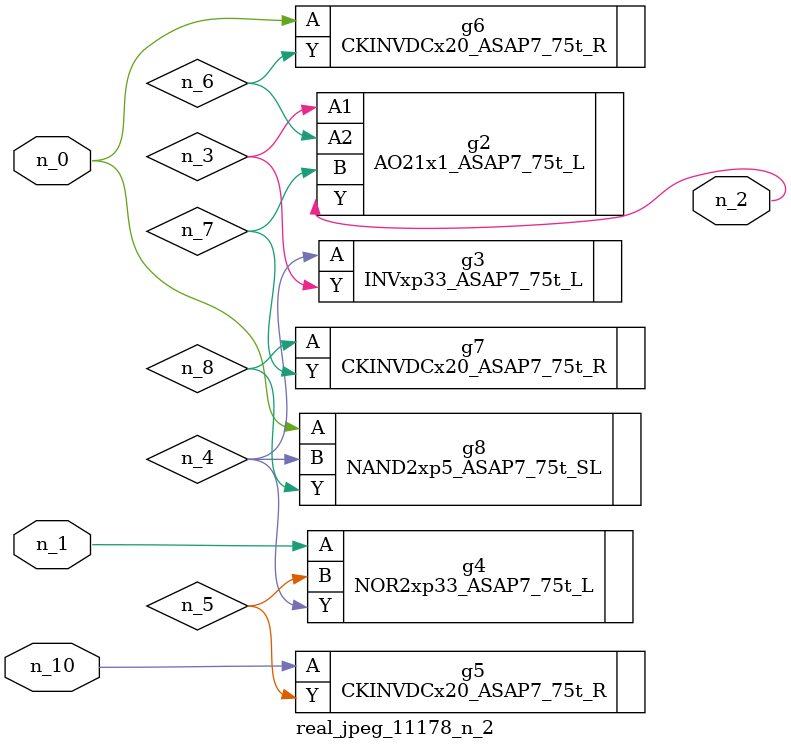
<source format=v>
module real_jpeg_11178_n_2 (n_1, n_10, n_0, n_2);

input n_1;
input n_10;
input n_0;

output n_2;

wire n_5;
wire n_4;
wire n_8;
wire n_6;
wire n_7;
wire n_3;

CKINVDCx20_ASAP7_75t_R g6 ( 
.A(n_0),
.Y(n_6)
);

NAND2xp5_ASAP7_75t_SL g8 ( 
.A(n_0),
.B(n_4),
.Y(n_8)
);

NOR2xp33_ASAP7_75t_L g4 ( 
.A(n_1),
.B(n_5),
.Y(n_4)
);

AO21x1_ASAP7_75t_L g2 ( 
.A1(n_3),
.A2(n_6),
.B(n_7),
.Y(n_2)
);

INVxp33_ASAP7_75t_L g3 ( 
.A(n_4),
.Y(n_3)
);

CKINVDCx20_ASAP7_75t_R g7 ( 
.A(n_8),
.Y(n_7)
);

CKINVDCx20_ASAP7_75t_R g5 ( 
.A(n_10),
.Y(n_5)
);


endmodule
</source>
